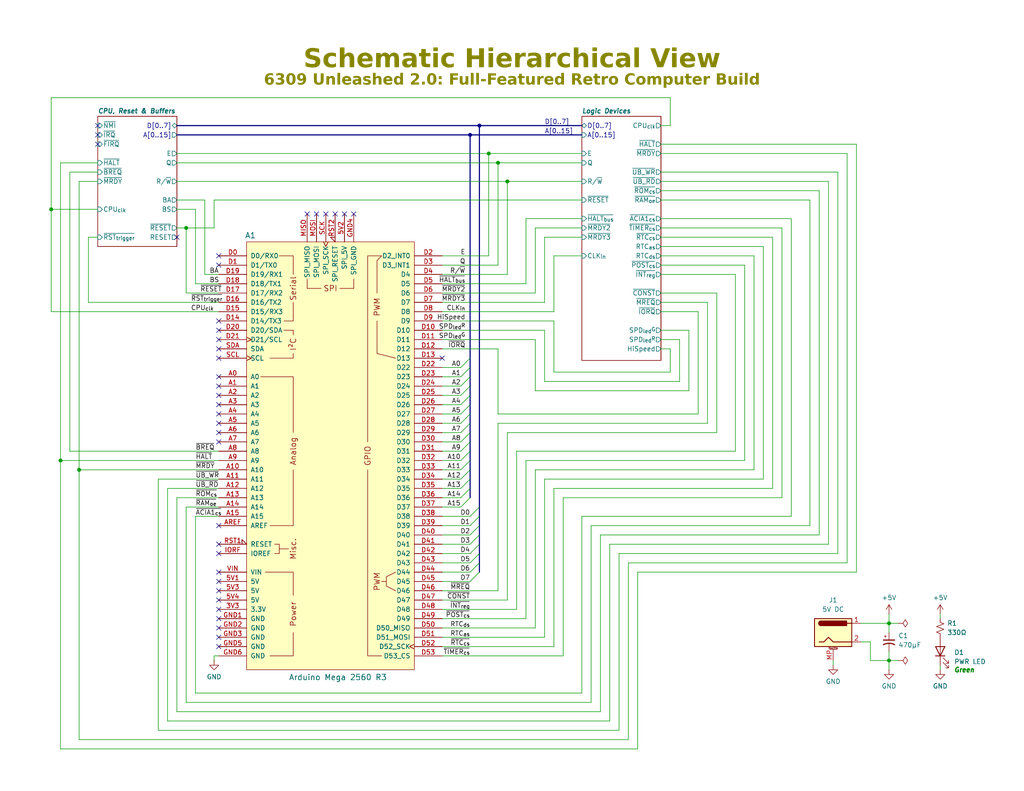
<source format=kicad_sch>
(kicad_sch (version 20250114) (generator "eeschema") (generator_version "9.0")
  (paper "USLetter")
  (title_block (title "6309 Full-Featured Computer") (date "2025-09-13") (rev "2.0") (company "MicroHobbyist") (comment 1 "Frédéric Segard"))
  (lib_symbols
    (symbol "6309 v2.0:Arduino_Mega2560_R3_Shield" (pin_names (offset 1.016))
      (property "Reference" "A" (at -24.384 60.198 0))
      (property "Value" "Arduino_Mega2560_R3_Shield" (at -0.508 -60.452 0))
      (symbol "Arduino_Mega2560_R3_Shield_0_0"
        (rectangle (start -25.4 58.42) (end 20.32 -58.42) (fill (type background)))
        (polyline (pts (xy -21.59 21.59) (xy -12.7 21.59)))
        (rectangle (start -20.32 -31.75) (end -12.7 -31.75))
        (rectangle (start -19.05 26.67) (end -12.7 26.67))
        (rectangle (start -19.05 -19.05) (end -12.7 -19.05))
        (rectangle (start -19.05 -54.61) (end -12.7 -54.61))
        (rectangle (start -17.78 -24.13) (end -16.51 -24.13))
        (rectangle (start -17.78 -26.67) (end -16.51 -26.67))
        (rectangle (start -16.51 54.61) (end -12.7 54.61))
        (rectangle (start -16.51 -24.13) (end -16.51 -26.67))
        (rectangle (start -16.51 -25.4) (end -13.97 -25.4))
        (rectangle (start -15.24 36.83) (end -12.7 36.83))
        (rectangle (start -15.24 34.29) (end -12.7 34.29))
        (rectangle (start -12.7 49.53) (end -12.7 54.61))
        (rectangle (start -12.7 41.91) (end -12.7 36.83))
        (rectangle (start -12.7 34.29) (end -12.7 33.02))
        (rectangle (start -12.7 26.67) (end -12.7 27.94))
        (polyline (pts (xy -12.7 6.35) (xy -12.7 21.59)))
        (polyline (pts (xy -12.7 -19.05) (xy -12.7 -3.81)))
        (rectangle (start -12.7 -31.75) (end -12.7 -38.1))
        (rectangle (start -12.7 -54.61) (end -12.7 -48.26))
        (rectangle (start -8.89 48.26) (end -8.89 45.72))
        (rectangle (start -5.08 45.72) (end -8.89 45.72))
        (rectangle (start 3.81 48.26) (end 3.81 45.72))
        (rectangle (start 3.81 45.72) (end 0 45.72))
        (polyline (pts (xy 7.62 54.61) (xy 11.43 54.61)))
        (polyline (pts (xy 7.62 -54.61) (xy 11.43 -54.61)))
        (polyline (pts (xy 10.16 44.45) (xy 10.16 53.34) (xy 11.43 54.61)))
        (polyline (pts (xy 10.16 36.83) (xy 10.16 27.94) (xy 15.24 26.67)))
        (polyline (pts (xy 12.7 -34.29) (xy 11.43 -34.29)))
        (polyline (pts (xy 15.24 -31.75) (xy 12.7 -33.02) (xy 12.7 -35.56) (xy 15.24 -36.83)))
        (text "Serial" (at -12.7 45.72 900) (effects (font (size 1.524 1.524))))
        (text "I²C" (at -12.7 30.48 900) (effects (font (size 1.524 1.524))))
        (text "Analog" (at -12.7 1.27 900) (effects (font (size 1.524 1.524))))
        (text "Misc." (at -12.7 -25.4 900) (effects (font (size 1.524 1.524))))
        (text "Power" (at -12.7 -43.18 900) (effects (font (size 1.524 1.524))))
        (text "SPI" (at -2.54 45.72 0) (effects (font (size 1.524 1.524))))
        (text "PWM" (at 10.16 40.64 900) (effects (font (size 1.524 1.524))))
        (text "PWM" (at 10.16 -34.29 900) (effects (font (size 1.524 1.524))))
      )
      (symbol "Arduino_Mega2560_R3_Shield_1_0"
        (rectangle (start 7.62 54.61) (end 7.62 3.81))
        (rectangle (start 7.62 -54.61) (end 7.62 -3.81))
        (text "GPIO" (at 7.62 0 900) (effects (font (size 1.524 1.524))))
      )
      (symbol "Arduino_Mega2560_R3_Shield_1_1"
        (pin bidirectional line (at -33.02 54.61 0) (length 7.62) (name "D0/RX0") (number "D0"))
        (pin bidirectional line (at -33.02 52.07 0) (length 7.62) (name "D1/TX0") (number "D1"))
        (pin bidirectional line (at -33.02 49.53 0) (length 7.62) (name "D19/RX1") (number "D19"))
        (pin bidirectional line (at -33.02 46.99 0) (length 7.62) (name "D18/TX1") (number "D18"))
        (pin bidirectional line (at -33.02 44.45 0) (length 7.62) (name "D17/RX2") (number "D17"))
        (pin bidirectional line (at -33.02 41.91 0) (length 7.62) (name "D16/TX2") (number "D16"))
        (pin bidirectional line (at -33.02 39.37 0) (length 7.62) (name "D15/RX3") (number "D15"))
        (pin bidirectional line (at -33.02 36.83 0) (length 7.62) (name "D14/TX3") (number "D14"))
        (pin bidirectional line (at -33.02 34.29 0) (length 7.62) (name "D20/SDA") (number "D20"))
        (pin bidirectional clock (at -33.02 31.75 0) (length 7.62) (name "D21/SCL") (number "D21"))
        (pin bidirectional line (at -33.02 29.21 0) (length 7.62) (name "SDA") (number "SDA"))
        (pin bidirectional clock (at -33.02 26.67 0) (length 7.62) (name "SCL") (number "SCL"))
        (pin bidirectional line (at -33.02 21.59 0) (length 7.62) (name "A0") (number "A0"))
        (pin bidirectional line (at -33.02 19.05 0) (length 7.62) (name "A1") (number "A1"))
        (pin bidirectional line (at -33.02 16.51 0) (length 7.62) (name "A2") (number "A2"))
        (pin bidirectional line (at -33.02 13.97 0) (length 7.62) (name "A3") (number "A3"))
        (pin bidirectional line (at -33.02 11.43 0) (length 7.62) (name "A4") (number "A4"))
        (pin bidirectional line (at -33.02 8.89 0) (length 7.62) (name "A5") (number "A5"))
        (pin bidirectional line (at -33.02 6.35 0) (length 7.62) (name "A6") (number "A6"))
        (pin bidirectional line (at -33.02 3.81 0) (length 7.62) (name "A7") (number "A7"))
        (pin bidirectional line (at -33.02 1.27 0) (length 7.62) (name "A8") (number "A8"))
        (pin bidirectional line (at -33.02 -1.27 0) (length 7.62) (name "A9") (number "A9"))
        (pin bidirectional line (at -33.02 -3.81 0) (length 7.62) (name "A10") (number "A10"))
        (pin bidirectional line (at -33.02 -6.35 0) (length 7.62) (name "A11") (number "A11"))
        (pin bidirectional line (at -33.02 -8.89 0) (length 7.62) (name "A12") (number "A12"))
        (pin bidirectional line (at -33.02 -11.43 0) (length 7.62) (name "A13") (number "A13"))
        (pin bidirectional line (at -33.02 -13.97 0) (length 7.62) (name "A14") (number "A14"))
        (pin bidirectional line (at -33.02 -16.51 0) (length 7.62) (name "A15") (number "A15"))
        (pin input line (at -33.02 -19.05 0) (length 7.62) (name "AREF") (number "AREF"))
        (pin open_collector input_low (at -33.02 -24.13 0) (length 7.62) (name "RESET") (number "RST1"))
        (pin output line (at -33.02 -26.67 0) (length 7.62) (name "IOREF") (number "IORF"))
        (pin power_in line (at -33.02 -31.75 0) (length 7.62) (name "VIN") (number "VIN"))
        (pin power_in line (at -33.02 -34.29 0) (length 7.62) (name "5V") (number "5V1"))
        (pin power_in line (at -33.02 -36.83 0) (length 7.62) (name "5V") (number "5V3"))
        (pin power_in line (at -33.02 -39.37 0) (length 7.62) (name "5V") (number "5V4"))
        (pin power_out line (at -33.02 -41.91 0) (length 7.62) (name "3.3V") (number "3V3"))
        (pin power_in line (at -33.02 -44.45 0) (length 7.62) (name "GND") (number "GND1"))
        (pin power_in line (at -33.02 -46.99 0) (length 7.62) (name "GND") (number "GND2"))
        (pin power_in line (at -33.02 -49.53 0) (length 7.62) (name "GND") (number "GND3"))
        (pin power_in line (at -33.02 -52.07 0) (length 7.62) (name "GND") (number "GND5"))
        (pin power_in line (at -33.02 -54.61 0) (length 7.62) (name "GND") (number "GND6"))
        (pin input line (at -8.89 66.04 270) (length 7.62) (name "SPI_MISO") (number "MISO"))
        (pin output line (at -6.35 66.04 270) (length 7.62) (name "SPI_MOSI") (number "MOSI"))
        (pin output clock (at -3.81 66.04 270) (length 7.62) (name "SPI_SCK") (number "SCK"))
        (pin open_collector input_low (at -1.27 66.04 270) (length 7.62) (name "SPI_RESET") (number "RST2"))
        (pin power_in line (at 1.27 66.04 270) (length 7.62) (name "SPI_5V") (number "5V2"))
        (pin power_in line (at 3.81 66.04 270) (length 7.62) (name "SPI_GND") (number "GND4"))
        (pin bidirectional line (at 27.94 54.61 180) (length 7.62) (name "D2_INT0") (number "D2"))
        (pin bidirectional line (at 27.94 52.07 180) (length 7.62) (name "D3_INT1") (number "D3"))
        (pin bidirectional line (at 27.94 49.53 180) (length 7.62) (name "D4") (number "D4"))
        (pin bidirectional line (at 27.94 46.99 180) (length 7.62) (name "D5") (number "D5"))
        (pin bidirectional line (at 27.94 44.45 180) (length 7.62) (name "D6") (number "D6"))
        (pin bidirectional line (at 27.94 41.91 180) (length 7.62) (name "D7") (number "D7"))
        (pin bidirectional line (at 27.94 39.37 180) (length 7.62) (name "D8") (number "D8"))
        (pin bidirectional line (at 27.94 36.83 180) (length 7.62) (name "D9") (number "D9"))
        (pin bidirectional line (at 27.94 34.29 180) (length 7.62) (name "D10") (number "D10"))
        (pin bidirectional line (at 27.94 31.75 180) (length 7.62) (name "D11") (number "D11"))
        (pin bidirectional line (at 27.94 29.21 180) (length 7.62) (name "D12") (number "D12"))
        (pin bidirectional line (at 27.94 26.67 180) (length 7.62) (name "D13") (number "D13"))
        (pin bidirectional line (at 27.94 24.13 180) (length 7.62) (name "D22") (number "D22"))
        (pin bidirectional line (at 27.94 21.59 180) (length 7.62) (name "D23") (number "D23"))
        (pin bidirectional line (at 27.94 19.05 180) (length 7.62) (name "D24") (number "D24"))
        (pin bidirectional line (at 27.94 16.51 180) (length 7.62) (name "D25") (number "D25"))
        (pin bidirectional line (at 27.94 13.97 180) (length 7.62) (name "D26") (number "D26"))
        (pin bidirectional line (at 27.94 11.43 180) (length 7.62) (name "D27") (number "D27"))
        (pin bidirectional line (at 27.94 8.89 180) (length 7.62) (name "D28") (number "D28"))
        (pin bidirectional line (at 27.94 6.35 180) (length 7.62) (name "D29") (number "D29"))
        (pin bidirectional line (at 27.94 3.81 180) (length 7.62) (name "D30") (number "D30"))
        (pin bidirectional line (at 27.94 1.27 180) (length 7.62) (name "D31") (number "D31"))
        (pin bidirectional line (at 27.94 -1.27 180) (length 7.62) (name "D32") (number "D32"))
        (pin bidirectional line (at 27.94 -3.81 180) (length 7.62) (name "D33") (number "D33"))
        (pin bidirectional line (at 27.94 -6.35 180) (length 7.62) (name "D34") (number "D34"))
        (pin bidirectional line (at 27.94 -8.89 180) (length 7.62) (name "D35") (number "D35"))
        (pin bidirectional line (at 27.94 -11.43 180) (length 7.62) (name "D36") (number "D36"))
        (pin bidirectional line (at 27.94 -13.97 180) (length 7.62) (name "D37") (number "D37"))
        (pin bidirectional line (at 27.94 -16.51 180) (length 7.62) (name "D38") (number "D38"))
        (pin bidirectional line (at 27.94 -19.05 180) (length 7.62) (name "D39") (number "D39"))
        (pin bidirectional line (at 27.94 -21.59 180) (length 7.62) (name "D40") (number "D40"))
        (pin bidirectional line (at 27.94 -24.13 180) (length 7.62) (name "D41") (number "D41"))
        (pin bidirectional line (at 27.94 -26.67 180) (length 7.62) (name "D42") (number "D42"))
        (pin bidirectional line (at 27.94 -29.21 180) (length 7.62) (name "D43") (number "D43"))
        (pin bidirectional line (at 27.94 -31.75 180) (length 7.62) (name "D44") (number "D44"))
        (pin bidirectional line (at 27.94 -34.29 180) (length 7.62) (name "D45") (number "D45"))
        (pin bidirectional line (at 27.94 -36.83 180) (length 7.62) (name "D46") (number "D46"))
        (pin bidirectional line (at 27.94 -39.37 180) (length 7.62) (name "D47") (number "D47"))
        (pin bidirectional line (at 27.94 -41.91 180) (length 7.62) (name "D48") (number "D48"))
        (pin bidirectional line (at 27.94 -44.45 180) (length 7.62) (name "D49") (number "D49"))
        (pin bidirectional line (at 27.94 -46.99 180) (length 7.62) (name "D50_MISO") (number "D50"))
        (pin bidirectional line (at 27.94 -49.53 180) (length 7.62) (name "D51_MOSI") (number "D51"))
        (pin bidirectional clock (at 27.94 -52.07 180) (length 7.62) (name "D52_SCK") (number "D52"))
        (pin bidirectional line (at 27.94 -54.61 180) (length 7.62) (name "D53_CS") (number "D53"))
      )
    )
    (symbol "Connector:Barrel_Jack_MountingPin" (pin_names (hide yes))
      (property "Reference" "J" (at 0 5.334 0))
      (property "Value" "Barrel_Jack_MountingPin" (at 1.27 -6.35 0))
      (symbol "Barrel_Jack_MountingPin_0_1"
        (rectangle (start -5.08 3.81) (end 5.08 -3.81) (stroke (width 0.254)) (fill (type background)))
        (polyline (pts (xy -3.81 -2.54) (xy -2.54 -2.54) (xy -1.27 -1.27) (xy 0 -2.54) (xy 2.54 -2.54) (xy 5.08 -2.54)) (stroke (width 0.254)))
        (arc (start -3.302 1.905) (mid -3.9343 2.54) (end -3.302 3.175) (stroke (width 0.254)))
        (arc (start -3.302 1.905) (mid -3.9343 2.54) (end -3.302 3.175) (stroke (width 0.254)) (fill (type outline)))
        (rectangle (start 3.683 3.175) (end -3.302 1.905) (stroke (width 0.254)) (fill (type outline)))
        (polyline (pts (xy 5.08 2.54) (xy 3.81 2.54)) (stroke (width 0.254)))
      )
      (symbol "Barrel_Jack_MountingPin_1_1"
        (polyline (pts (xy -1.016 -4.572) (xy 1.016 -4.572)) (stroke (width 0.1524)))
        (text "Mounting" (at 0 -4.191 0) (effects (font (size 0.381 0.381))))
        (pin passive line (at 0 -7.62 90) (length 3.048) (name "MountPin") (number "MP"))
        (pin passive line (at 7.62 2.54 180) (length 2.54) (name "~") (number "1"))
        (pin passive line (at 7.62 -2.54 180) (length 2.54) (name "~") (number "2"))
      )
    )
    (symbol "Device:C_Polarized_Small_US" (pin_numbers (hide yes)) (pin_names (offset 0.254) (hide yes))
      (property "Reference" "C" (at 0.254 1.778 0))
      (property "Value" "C_Polarized_Small_US" (at 0.254 -2.032 0))
      (symbol "C_Polarized_Small_US_0_1"
        (polyline (pts (xy -1.524 0.508) (xy 1.524 0.508)) (stroke (width 0.3048)))
        (polyline (pts (xy -1.27 1.524) (xy -0.762 1.524)))
        (polyline (pts (xy -1.016 1.27) (xy -1.016 1.778)))
        (arc (start -1.524 -0.762) (mid 0 -0.3734) (end 1.524 -0.762) (stroke (width 0.3048)))
      )
      (symbol "C_Polarized_Small_US_1_1"
        (pin passive line (at 0 2.54 270) (length 2.032) (name "~") (number "1"))
        (pin passive line (at 0 -2.54 90) (length 2.032) (name "~") (number "2"))
      )
    )
    (symbol "Device:LED" (pin_numbers (hide yes)) (pin_names (offset 1.016) (hide yes))
      (property "Reference" "D" (at 0 2.54 0))
      (property "Value" "LED" (at 0 -2.54 0))
      (symbol "LED_0_1"
        (polyline (pts (xy -3.048 -0.762) (xy -4.572 -2.286) (xy -3.81 -2.286) (xy -4.572 -2.286) (xy -4.572 -1.524)))
        (polyline (pts (xy -1.778 -0.762) (xy -3.302 -2.286) (xy -2.54 -2.286) (xy -3.302 -2.286) (xy -3.302 -1.524)))
        (polyline (pts (xy -1.27 0) (xy 1.27 0)))
        (polyline (pts (xy -1.27 -1.27) (xy -1.27 1.27)) (stroke (width 0.254)))
        (polyline (pts (xy 1.27 -1.27) (xy 1.27 1.27) (xy -1.27 0) (xy 1.27 -1.27)) (stroke (width 0.254)))
      )
      (symbol "LED_1_1"
        (pin passive line (at -3.81 0 0) (length 2.54) (name "K") (number "1"))
        (pin passive line (at 3.81 0 180) (length 2.54) (name "A") (number "2"))
      )
    )
    (symbol "Device:R_Small_US" (pin_numbers (hide yes)) (pin_names (offset 0.254) (hide yes))
      (property "Reference" "R" (at 0.762 0.508 0))
      (property "Value" "R_Small_US" (at 0.762 -1.016 0))
      (symbol "R_Small_US_1_1"
        (polyline (pts (xy 0 1.524) (xy 1.016 1.143) (xy 0 0.762) (xy -1.016 0.381) (xy 0 0)))
        (polyline (pts (xy 0 0) (xy 1.016 -0.381) (xy 0 -0.762) (xy -1.016 -1.143) (xy 0 -1.524)))
        (pin passive line (at 0 2.54 270) (length 1.016) (name "~") (number "1"))
        (pin passive line (at 0 -2.54 90) (length 1.016) (name "~") (number "2"))
      )
    )
    (symbol "power:+5V" (power) (pin_numbers (hide yes)) (pin_names (offset 0) (hide yes))
      (property "Value" "+5V" (at 0 3.556 0))
      (symbol "+5V_0_1"
        (polyline (pts (xy -0.762 1.27) (xy 0 2.54)))
        (polyline (pts (xy 0 2.54) (xy 0.762 1.27)))
        (polyline (pts (xy 0 0) (xy 0 2.54)))
      )
      (symbol "+5V_1_1"
        (pin power_in line (at 0 0 90) (length 0) (name "~") (number "1"))
      )
    )
    (symbol "power:GND" (power) (pin_numbers (hide yes)) (pin_names (offset 0) (hide yes))
      (property "Value" "GND" (at 0 -3.81 0))
      (symbol "GND_0_1"
        (polyline (pts (xy 0 0) (xy 0 -1.27) (xy 1.27 -1.27) (xy 0 -2.54) (xy -1.27 -1.27) (xy 0 -1.27)))
      )
      (symbol "GND_1_1"
        (pin power_in line (at 0 0 270) (length 0) (name "~") (number "1"))
      )
    )
    (symbol "power:PWR_FLAG" (power) (pin_numbers (hide yes)) (pin_names (offset 0) (hide yes))
      (property "Value" "PWR_FLAG" (at 0 3.81 0))
      (symbol "PWR_FLAG_0_0"
        (pin power_out line (at 0 0 90) (length 0) (name "~") (number "1"))
      )
      (symbol "PWR_FLAG_0_1"
        (polyline (pts (xy 0 0) (xy 0 1.27) (xy -1.016 1.905) (xy 0 2.54) (xy 1.016 1.905) (xy 0 1.27)))
      )
    )
  )
  (text "6309 Unleashed 2.0: Full-Featured Retro Computer Build" (at 139.7 22.86 0) (effects (font (size 3.0226 3.0226) (bold yes) (italic yes))))
  (text "Schematic Hierarchical View" (at 139.7 17.78 0) (effects (font (size 5.08 5.08))))
  (junction (at 135.89 44.45))
  (junction (at 16.51 125.73))
  (junction (at 128.27 36.83))
  (junction (at 138.43 49.53))
  (junction (at 133.35 41.91))
  (junction (at 50.8 62.23))
  (junction (at 13.97 57.15))
  (junction (at 242.57 170.18))
  (junction (at 21.59 128.27))
  (junction (at 242.57 180.34))
  (junction (at 130.81 34.29))
  (no_connect (at 59.69 163.83))
  (no_connect (at 59.69 115.57))
  (no_connect (at 59.69 92.71))
  (no_connect (at 59.69 161.29))
  (no_connect (at 59.69 102.87))
  (no_connect (at 48.26 64.77))
  (no_connect (at 59.69 158.75))
  (no_connect (at 59.69 120.65))
  (no_connect (at 120.65 97.79))
  (no_connect (at 59.69 110.49))
  (no_connect (at 59.69 168.91))
  (no_connect (at 59.69 97.79))
  (no_connect (at 59.69 90.17))
  (no_connect (at 59.69 176.53))
  (no_connect (at 59.69 95.25))
  (no_connect (at 59.69 87.63))
  (no_connect (at 96.52 58.42))
  (no_connect (at 86.36 58.42))
  (no_connect (at 93.98 58.42))
  (no_connect (at 59.69 173.99))
  (no_connect (at 59.69 69.85))
  (no_connect (at 59.69 156.21))
  (no_connect (at 26.67 39.37))
  (no_connect (at 59.69 143.51))
  (no_connect (at 91.44 58.42))
  (no_connect (at 59.69 171.45))
  (no_connect (at 59.69 148.59))
  (no_connect (at 83.82 58.42))
  (no_connect (at 59.69 72.39))
  (no_connect (at 59.69 166.37))
  (no_connect (at 26.67 34.29))
  (no_connect (at 59.69 118.11))
  (no_connect (at 59.69 113.03))
  (no_connect (at 59.69 107.95))
  (no_connect (at 26.67 36.83))
  (no_connect (at 59.69 151.13))
  (no_connect (at 59.69 105.41))
  (no_connect (at 88.9 58.42))
  (bus_entry (at 125.73 135.89) (size 2.54 -2.54))
  (bus_entry (at 125.73 113.03) (size 2.54 -2.54))
  (bus_entry (at 128.27 146.05) (size 2.54 -2.54))
  (bus_entry (at 128.27 143.51) (size 2.54 -2.54))
  (bus_entry (at 125.73 120.65) (size 2.54 -2.54))
  (bus_entry (at 128.27 151.13) (size 2.54 -2.54))
  (bus_entry (at 128.27 156.21) (size 2.54 -2.54))
  (bus_entry (at 125.73 138.43) (size 2.54 -2.54))
  (bus_entry (at 128.27 140.97) (size 2.54 -2.54))
  (bus_entry (at 125.73 118.11) (size 2.54 -2.54))
  (bus_entry (at 128.27 158.75) (size 2.54 -2.54))
  (bus_entry (at 125.73 123.19) (size 2.54 -2.54))
  (bus_entry (at 128.27 153.67) (size 2.54 -2.54))
  (bus_entry (at 125.73 105.41) (size 2.54 -2.54))
  (bus_entry (at 125.73 107.95) (size 2.54 -2.54))
  (bus_entry (at 128.27 148.59) (size 2.54 -2.54))
  (bus_entry (at 125.73 110.49) (size 2.54 -2.54))
  (bus_entry (at 125.73 130.81) (size 2.54 -2.54))
  (bus_entry (at 125.73 128.27) (size 2.54 -2.54))
  (bus_entry (at 125.73 102.87) (size 2.54 -2.54))
  (bus_entry (at 125.73 100.33) (size 2.54 -2.54))
  (bus_entry (at 125.73 115.57) (size 2.54 -2.54))
  (bus_entry (at 125.73 125.73) (size 2.54 -2.54))
  (bus_entry (at 125.73 133.35) (size 2.54 -2.54))
  (bus (pts (xy 130.81 138.43) (xy 130.81 140.97)))
  (wire (pts (xy 53.34 140.97) (xy 59.69 140.97)))
  (wire (pts (xy 120.65 110.49) (xy 125.73 110.49)))
  (wire (pts (xy 173.99 156.21) (xy 233.68 156.21)))
  (wire (pts (xy 148.59 64.77) (xy 158.75 64.77)))
  (bus (pts (xy 128.27 115.57) (xy 128.27 113.03)))
  (wire (pts (xy 143.51 59.69) (xy 158.75 59.69)))
  (wire (pts (xy 58.42 179.07) (xy 59.69 179.07)))
  (wire (pts (xy 45.72 133.35) (xy 59.69 133.35)))
  (wire (pts (xy 19.05 46.99) (xy 19.05 123.19)))
  (wire (pts (xy 48.26 135.89) (xy 59.69 135.89)))
  (wire (pts (xy 58.42 54.61) (xy 158.75 54.61)))
  (bus (pts (xy 128.27 118.11) (xy 128.27 115.57)))
  (wire (pts (xy 55.88 54.61) (xy 55.88 74.93)))
  (wire (pts (xy 120.65 128.27) (xy 125.73 128.27)))
  (wire (pts (xy 135.89 44.45) (xy 158.75 44.45)))
  (wire (pts (xy 133.35 41.91) (xy 133.35 69.85)))
  (wire (pts (xy 120.65 92.71) (xy 146.05 92.71)))
  (wire (pts (xy 138.43 118.11) (xy 195.58 118.11)))
  (wire (pts (xy 223.52 52.07) (xy 223.52 146.05)))
  (wire (pts (xy 50.8 138.43) (xy 50.8 191.77)))
  (wire (pts (xy 120.65 120.65) (xy 125.73 120.65)))
  (wire (pts (xy 43.18 199.39) (xy 168.91 199.39)))
  (wire (pts (xy 138.43 49.53) (xy 138.43 74.93)))
  (bus (pts (xy 130.81 143.51) (xy 130.81 146.05)))
  (wire (pts (xy 151.13 69.85) (xy 158.75 69.85)))
  (wire (pts (xy 133.35 41.91) (xy 158.75 41.91)))
  (wire (pts (xy 120.65 158.75) (xy 128.27 158.75)))
  (wire (pts (xy 158.75 140.97) (xy 215.9 140.97)))
  (wire (pts (xy 161.29 143.51) (xy 161.29 191.77)))
  (wire (pts (xy 146.05 106.68) (xy 187.96 106.68)))
  (wire (pts (xy 173.99 156.21) (xy 173.99 204.47)))
  (wire (pts (xy 21.59 49.53) (xy 21.59 128.27)))
  (wire (pts (xy 140.97 123.19) (xy 200.66 123.19)))
  (wire (pts (xy 151.13 69.85) (xy 151.13 85.09)))
  (wire (pts (xy 58.42 54.61) (xy 58.42 62.23)))
  (bus (pts (xy 128.27 102.87) (xy 128.27 100.33)))
  (wire (pts (xy 185.42 92.71) (xy 185.42 104.14)))
  (wire (pts (xy 182.88 26.67) (xy 182.88 34.29)))
  (wire (pts (xy 45.72 196.85) (xy 166.37 196.85)))
  (wire (pts (xy 120.65 146.05) (xy 128.27 146.05)))
  (wire (pts (xy 180.34 41.91) (xy 231.14 41.91)))
  (wire (pts (xy 19.05 46.99) (xy 26.67 46.99)))
  (wire (pts (xy 120.65 82.55) (xy 148.59 82.55)))
  (wire (pts (xy 256.54 167.64) (xy 256.54 168.91)))
  (wire (pts (xy 166.37 148.59) (xy 226.06 148.59)))
  (bus (pts (xy 128.27 135.89) (xy 128.27 133.35)))
  (wire (pts (xy 143.51 125.73) (xy 143.51 168.91)))
  (wire (pts (xy 180.34 64.77) (xy 210.82 64.77)))
  (wire (pts (xy 120.65 163.83) (xy 138.43 163.83)))
  (wire (pts (xy 200.66 74.93) (xy 200.66 123.19)))
  (wire (pts (xy 242.57 170.18) (xy 242.57 172.72)))
  (bus (pts (xy 48.26 36.83) (xy 128.27 36.83)))
  (wire (pts (xy 48.26 62.23) (xy 50.8 62.23)))
  (wire (pts (xy 48.26 41.91) (xy 133.35 41.91)))
  (wire (pts (xy 50.8 138.43) (xy 59.69 138.43)))
  (wire (pts (xy 48.26 49.53) (xy 138.43 49.53)))
  (wire (pts (xy 180.34 52.07) (xy 223.52 52.07)))
  (wire (pts (xy 180.34 67.31) (xy 208.28 67.31)))
  (bus (pts (xy 48.26 34.29) (xy 130.81 34.29)))
  (wire (pts (xy 53.34 140.97) (xy 53.34 189.23)))
  (wire (pts (xy 140.97 123.19) (xy 140.97 166.37)))
  (wire (pts (xy 237.49 175.26) (xy 237.49 180.34)))
  (wire (pts (xy 226.06 49.53) (xy 226.06 148.59)))
  (wire (pts (xy 21.59 49.53) (xy 26.67 49.53)))
  (wire (pts (xy 138.43 49.53) (xy 158.75 49.53)))
  (bus (pts (xy 128.27 133.35) (xy 128.27 130.81)))
  (wire (pts (xy 180.34 49.53) (xy 226.06 49.53)))
  (wire (pts (xy 120.65 74.93) (xy 138.43 74.93)))
  (wire (pts (xy 233.68 39.37) (xy 233.68 156.21)))
  (bus (pts (xy 128.27 100.33) (xy 128.27 97.79)))
  (wire (pts (xy 16.51 125.73) (xy 16.51 204.47)))
  (bus (pts (xy 128.27 113.03) (xy 128.27 110.49)))
  (wire (pts (xy 231.14 41.91) (xy 231.14 153.67)))
  (wire (pts (xy 151.13 133.35) (xy 151.13 176.53)))
  (bus (pts (xy 128.27 128.27) (xy 128.27 125.73)))
  (wire (pts (xy 21.59 128.27) (xy 59.69 128.27)))
  (wire (pts (xy 234.95 170.18) (xy 242.57 170.18)))
  (wire (pts (xy 180.34 39.37) (xy 233.68 39.37)))
  (wire (pts (xy 242.57 177.8) (xy 242.57 180.34)))
  (bus (pts (xy 128.27 120.65) (xy 128.27 118.11)))
  (wire (pts (xy 148.59 130.81) (xy 208.28 130.81)))
  (wire (pts (xy 120.65 143.51) (xy 128.27 143.51)))
  (wire (pts (xy 153.67 135.89) (xy 213.36 135.89)))
  (wire (pts (xy 53.34 189.23) (xy 158.75 189.23)))
  (wire (pts (xy 208.28 67.31) (xy 208.28 130.81)))
  (wire (pts (xy 50.8 191.77) (xy 161.29 191.77)))
  (wire (pts (xy 242.57 167.64) (xy 242.57 170.18)))
  (wire (pts (xy 24.13 82.55) (xy 59.69 82.55)))
  (wire (pts (xy 180.34 72.39) (xy 203.2 72.39)))
  (wire (pts (xy 50.8 80.01) (xy 59.69 80.01)))
  (wire (pts (xy 19.05 123.19) (xy 59.69 123.19)))
  (wire (pts (xy 148.59 104.14) (xy 185.42 104.14)))
  (bus (pts (xy 128.27 125.73) (xy 128.27 123.19)))
  (wire (pts (xy 151.13 133.35) (xy 210.82 133.35)))
  (wire (pts (xy 180.34 54.61) (xy 220.98 54.61)))
  (wire (pts (xy 151.13 87.63) (xy 151.13 101.6)))
  (wire (pts (xy 24.13 64.77) (xy 24.13 82.55)))
  (wire (pts (xy 16.51 125.73) (xy 59.69 125.73)))
  (wire (pts (xy 135.89 115.57) (xy 135.89 161.29)))
  (wire (pts (xy 237.49 180.34) (xy 242.57 180.34)))
  (bus (pts (xy 128.27 107.95) (xy 128.27 105.41)))
  (wire (pts (xy 168.91 151.13) (xy 168.91 199.39)))
  (wire (pts (xy 120.65 102.87) (xy 125.73 102.87)))
  (wire (pts (xy 135.89 44.45) (xy 135.89 72.39)))
  (wire (pts (xy 120.65 151.13) (xy 128.27 151.13)))
  (wire (pts (xy 151.13 101.6) (xy 182.88 101.6)))
  (bus (pts (xy 130.81 151.13) (xy 130.81 153.67)))
  (wire (pts (xy 53.34 77.47) (xy 59.69 77.47)))
  (wire (pts (xy 148.59 64.77) (xy 148.59 82.55)))
  (wire (pts (xy 213.36 62.23) (xy 213.36 135.89)))
  (wire (pts (xy 138.43 118.11) (xy 138.43 163.83)))
  (bus (pts (xy 128.27 123.19) (xy 128.27 120.65)))
  (wire (pts (xy 245.11 180.34) (xy 242.57 180.34)))
  (wire (pts (xy 55.88 74.93) (xy 59.69 74.93)))
  (wire (pts (xy 13.97 57.15) (xy 26.67 57.15)))
  (wire (pts (xy 48.26 57.15) (xy 53.34 57.15)))
  (wire (pts (xy 120.65 100.33) (xy 125.73 100.33)))
  (wire (pts (xy 180.34 62.23) (xy 213.36 62.23)))
  (wire (pts (xy 50.8 62.23) (xy 50.8 80.01)))
  (wire (pts (xy 16.51 44.45) (xy 16.51 125.73)))
  (wire (pts (xy 120.65 161.29) (xy 135.89 161.29)))
  (wire (pts (xy 120.65 171.45) (xy 146.05 171.45)))
  (wire (pts (xy 180.34 85.09) (xy 190.5 85.09)))
  (wire (pts (xy 58.42 179.07) (xy 58.42 180.34)))
  (wire (pts (xy 146.05 128.27) (xy 146.05 171.45)))
  (wire (pts (xy 120.65 125.73) (xy 125.73 125.73)))
  (wire (pts (xy 53.34 57.15) (xy 53.34 77.47)))
  (wire (pts (xy 180.34 80.01) (xy 195.58 80.01)))
  (wire (pts (xy 203.2 72.39) (xy 203.2 125.73)))
  (wire (pts (xy 16.51 204.47) (xy 173.99 204.47)))
  (wire (pts (xy 13.97 26.67) (xy 13.97 57.15)))
  (wire (pts (xy 120.65 85.09) (xy 151.13 85.09)))
  (wire (pts (xy 245.11 170.18) (xy 242.57 170.18)))
  (wire (pts (xy 135.89 95.25) (xy 135.89 113.03)))
  (wire (pts (xy 135.89 115.57) (xy 193.04 115.57)))
  (wire (pts (xy 234.95 175.26) (xy 237.49 175.26)))
  (bus (pts (xy 130.81 34.29) (xy 158.75 34.29)))
  (wire (pts (xy 120.65 176.53) (xy 151.13 176.53)))
  (wire (pts (xy 210.82 64.77) (xy 210.82 133.35)))
  (wire (pts (xy 193.04 82.55) (xy 193.04 115.57)))
  (wire (pts (xy 163.83 146.05) (xy 223.52 146.05)))
  (wire (pts (xy 180.34 59.69) (xy 215.9 59.69)))
  (wire (pts (xy 43.18 130.81) (xy 59.69 130.81)))
  (wire (pts (xy 143.51 125.73) (xy 203.2 125.73)))
  (wire (pts (xy 227.33 181.61) (xy 227.33 180.34)))
  (wire (pts (xy 120.65 72.39) (xy 135.89 72.39)))
  (wire (pts (xy 180.34 82.55) (xy 193.04 82.55)))
  (wire (pts (xy 148.59 90.17) (xy 148.59 104.14)))
  (wire (pts (xy 120.65 90.17) (xy 148.59 90.17)))
  (bus (pts (xy 130.81 153.67) (xy 130.81 156.21)))
  (wire (pts (xy 48.26 44.45) (xy 135.89 44.45)))
  (wire (pts (xy 48.26 194.31) (xy 163.83 194.31)))
  (wire (pts (xy 153.67 135.89) (xy 153.67 179.07)))
  (bus (pts (xy 130.81 148.59) (xy 130.81 151.13)))
  (wire (pts (xy 168.91 151.13) (xy 228.6 151.13)))
  (bus (pts (xy 128.27 105.41) (xy 128.27 102.87)))
  (wire (pts (xy 120.65 135.89) (xy 125.73 135.89)))
  (wire (pts (xy 195.58 80.01) (xy 195.58 118.11)))
  (wire (pts (xy 120.65 87.63) (xy 151.13 87.63)))
  (wire (pts (xy 146.05 62.23) (xy 158.75 62.23)))
  (wire (pts (xy 187.96 90.17) (xy 187.96 106.68)))
  (wire (pts (xy 146.05 62.23) (xy 146.05 80.01)))
  (wire (pts (xy 158.75 140.97) (xy 158.75 189.23)))
  (wire (pts (xy 146.05 92.71) (xy 146.05 106.68)))
  (wire (pts (xy 16.51 44.45) (xy 26.67 44.45)))
  (wire (pts (xy 43.18 130.81) (xy 43.18 199.39)))
  (wire (pts (xy 120.65 153.67) (xy 128.27 153.67)))
  (wire (pts (xy 120.65 168.91) (xy 143.51 168.91)))
  (wire (pts (xy 13.97 26.67) (xy 182.88 26.67)))
  (wire (pts (xy 180.34 74.93) (xy 200.66 74.93)))
  (bus (pts (xy 130.81 140.97) (xy 130.81 143.51)))
  (wire (pts (xy 146.05 128.27) (xy 205.74 128.27)))
  (wire (pts (xy 171.45 153.67) (xy 231.14 153.67)))
  (wire (pts (xy 120.65 173.99) (xy 148.59 173.99)))
  (wire (pts (xy 120.65 69.85) (xy 133.35 69.85)))
  (wire (pts (xy 24.13 64.77) (xy 26.67 64.77)))
  (wire (pts (xy 242.57 180.34) (xy 242.57 182.88)))
  (wire (pts (xy 120.65 115.57) (xy 125.73 115.57)))
  (wire (pts (xy 120.65 148.59) (xy 128.27 148.59)))
  (bus (pts (xy 130.81 146.05) (xy 130.81 148.59)))
  (wire (pts (xy 163.83 146.05) (xy 163.83 194.31)))
  (wire (pts (xy 220.98 54.61) (xy 220.98 143.51)))
  (wire (pts (xy 166.37 148.59) (xy 166.37 196.85)))
  (wire (pts (xy 21.59 201.93) (xy 171.45 201.93)))
  (wire (pts (xy 148.59 130.81) (xy 148.59 173.99)))
  (wire (pts (xy 190.5 85.09) (xy 190.5 113.03)))
  (wire (pts (xy 48.26 54.61) (xy 55.88 54.61)))
  (wire (pts (xy 180.34 46.99) (xy 228.6 46.99)))
  (bus (pts (xy 128.27 130.81) (xy 128.27 128.27)))
  (wire (pts (xy 120.65 123.19) (xy 125.73 123.19)))
  (wire (pts (xy 182.88 95.25) (xy 182.88 101.6)))
  (wire (pts (xy 120.65 80.01) (xy 146.05 80.01)))
  (wire (pts (xy 120.65 166.37) (xy 140.97 166.37)))
  (wire (pts (xy 161.29 143.51) (xy 220.98 143.51)))
  (bus (pts (xy 128.27 36.83) (xy 128.27 97.79)))
  (bus (pts (xy 130.81 34.29) (xy 130.81 138.43)))
  (wire (pts (xy 120.65 105.41) (xy 125.73 105.41)))
  (bus (pts (xy 128.27 36.83) (xy 158.75 36.83)))
  (wire (pts (xy 48.26 135.89) (xy 48.26 194.31)))
  (wire (pts (xy 120.65 107.95) (xy 125.73 107.95)))
  (wire (pts (xy 120.65 133.35) (xy 125.73 133.35)))
  (wire (pts (xy 171.45 153.67) (xy 171.45 201.93)))
  (wire (pts (xy 120.65 156.21) (xy 128.27 156.21)))
  (bus (pts (xy 128.27 110.49) (xy 128.27 107.95)))
  (wire (pts (xy 256.54 181.61) (xy 256.54 182.88)))
  (wire (pts (xy 120.65 130.81) (xy 125.73 130.81)))
  (wire (pts (xy 120.65 138.43) (xy 125.73 138.43)))
  (wire (pts (xy 21.59 128.27) (xy 21.59 201.93)))
  (wire (pts (xy 228.6 46.99) (xy 228.6 151.13)))
  (wire (pts (xy 50.8 62.23) (xy 58.42 62.23)))
  (wire (pts (xy 120.65 113.03) (xy 125.73 113.03)))
  (wire (pts (xy 120.65 77.47) (xy 143.51 77.47)))
  (wire (pts (xy 120.65 95.25) (xy 135.89 95.25)))
  (wire (pts (xy 180.34 69.85) (xy 205.74 69.85)))
  (wire (pts (xy 120.65 140.97) (xy 128.27 140.97)))
  (wire (pts (xy 180.34 95.25) (xy 182.88 95.25)))
  (wire (pts (xy 205.74 69.85) (xy 205.74 128.27)))
  (wire (pts (xy 13.97 57.15) (xy 13.97 85.09)))
  (wire (pts (xy 135.89 113.03) (xy 190.5 113.03)))
  (wire (pts (xy 13.97 85.09) (xy 59.69 85.09)))
  (wire (pts (xy 180.34 34.29) (xy 182.88 34.29)))
  (wire (pts (xy 120.65 179.07) (xy 153.67 179.07)))
  (wire (pts (xy 215.9 59.69) (xy 215.9 140.97)))
  (wire (pts (xy 180.34 92.71) (xy 185.42 92.71)))
  (wire (pts (xy 45.72 133.35) (xy 45.72 196.85)))
  (wire (pts (xy 180.34 90.17) (xy 187.96 90.17)))
  (wire (pts (xy 143.51 59.69) (xy 143.51 77.47)))
  (wire (pts (xy 120.65 118.11) (xy 125.73 118.11)))
  (label "D4" (at 128.27 151.13 180))
  (label "~{INT_{reg}}" (at 128.27 166.37 180))
  (label "~{CONST}" (at 128.27 163.83 180))
  (label "Q" (at 127 72.39 180))
  (label "~{MRDY}" (at 53.34 128.27 0))
  (label "~{RAM_{oe}}" (at 53.34 138.43 0))
  (label "A3" (at 125.73 107.95 180))
  (label "A14" (at 125.73 135.89 180))
  (label "~{MRDY3}" (at 127 82.55 180))
  (label "CLK_{in}" (at 127 85.09 180))
  (label "D6" (at 128.27 156.21 180))
  (label "A9" (at 125.73 123.19 180))
  (label "~{ROM_{cs}}" (at 53.34 135.89 0))
  (label "R{slash}~{W}" (at 127 74.93 180))
  (label "~{ACIA1_{cs}}" (at 53.34 140.97 0))
  (label "A8" (at 125.73 120.65 180))
  (label "D7" (at 128.27 158.75 180))
  (label "A4" (at 125.73 110.49 180))
  (label "~{MRDY2}" (at 127 80.01 180))
  (label "E" (at 127 69.85 180))
  (label "BA" (at 57.15 74.93 0))
  (label "D2" (at 128.27 146.05 180))
  (label "A0" (at 125.73 100.33 180))
  (label "HiSpeed" (at 127 87.63 180))
  (label "~{MREQ}" (at 128.27 161.29 180))
  (label "CPU_{clk}" (at 52.07 85.09 0))
  (label "D1" (at 128.27 143.51 180))
  (label "A6" (at 125.73 115.57 180))
  (label "~{HALT}" (at 53.34 125.73 0))
  (label "A1" (at 125.73 102.87 180))
  (label "~{POST_{cs}}" (at 128.27 168.91 180))
  (label "~{BREQ}" (at 53.34 123.19 0))
  (label "~{UB_WR}" (at 53.34 130.81 0))
  (label "~{IORQ}" (at 127 95.25 180))
  (label "D[0..7]" (at 148.59 34.29 0))
  (label "~{RESET}" (at 54.61 80.01 0))
  (label "A11" (at 125.73 128.27 180))
  (label "A2" (at 125.73 105.41 180))
  (label "~{HALT_{bus}}" (at 127 77.47 180))
  (label "A5" (at 125.73 113.03 180))
  (label "~{TIMER_{cs}}" (at 128.27 179.07 180))
  (label "~{RST_{trigger}}" (at 52.07 82.55 0))
  (label "SPD_{led}^{G}" (at 127 92.71 180))
  (label "A13" (at 125.73 133.35 180))
  (label "A15" (at 125.73 138.43 180))
  (label "D0" (at 128.27 140.97 180))
  (label "~{UB_RD}" (at 53.34 133.35 0))
  (label "RTC_{ds}" (at 128.27 171.45 180))
  (label "A7" (at 125.73 118.11 180))
  (label "BS" (at 57.15 77.47 0))
  (label "D3" (at 128.27 148.59 180))
  (label "RTC_{as}" (at 128.27 173.99 180))
  (label "A12" (at 125.73 130.81 180))
  (label "SPD_{led}^{R}" (at 127 90.17 180))
  (label "~{RTC_{cs}}" (at 128.27 176.53 180))
  (label "A10" (at 125.73 125.73 180))
  (label "D5" (at 128.27 153.67 180))
  (label "A[0..15]" (at 148.59 36.83 0))
  (symbol (lib_id "power:GND") (at 242.57 182.88 0) (unit 1)
    (property "Reference" "#PWR04" (effects (hide yes)))
    (property "Value" "GND" (at 242.57 187.325 0))
    (property "Description" "Power symbol creates a global label with name \"GND\" , ground" (effects (hide yes)))
  )
  (symbol (lib_id "Device:LED") (at 256.54 177.8 90) (unit 1)
    (property "Reference" "D1" (at 260.35 178.1174 90) (effects (justify right)))
    (property "Value" "PWR LED" (at 260.35 180.6574 90) (effects (justify right)))
    (property "Description" "Light emitting diode" (effects (hide yes)))
    (property "Color" "Green" (at 260.35 182.88 90) (effects (font (thickness 0.254) (bold yes) (italic yes)) (justify right)))
  )
  (symbol (lib_id "power:+5V") (at 242.57 167.64 0) (unit 1)
    (property "Reference" "#PWR01" (effects (hide yes)))
    (property "Value" "+5V" (at 242.57 163.195 0))
    (property "Description" "Power symbol creates a global label with name \"+5V\"" (effects (hide yes)))
  )
  (symbol (lib_id "6309 v2.0:Arduino_Mega2560_R3_Shield") (at 92.71 124.46 0) (unit 1)
    (property "Reference" "A1" (at 68.326 64.262 0) (effects (font (size 1.524 1.524))))
    (property "Value" "Arduino Mega 2560 R3" (at 92.202 184.912 0) (effects (font (size 1.524 1.524))))
    (property "Datasheet" "https://docs.arduino.cc/hardware/mega-2560" (effects (hide yes)))
    (property "Description" "Shield for Arduino Mega 2560 R3" (effects (hide yes)))
  )
  (symbol (lib_id "Device:R_Small_US") (at 256.54 171.45 0) (unit 1)
    (property "Reference" "R1" (at 258.445 170.18 0) (effects (justify left)))
    (property "Value" "330Ω" (at 258.445 172.72 0) (effects (justify left)))
    (property "Description" "Resistor, small US symbol" (effects (hide yes)))
  )
  (symbol (lib_id "power:GND") (at 227.33 181.61 0) (unit 1)
    (property "Reference" "#PWR03" (effects (hide yes)))
    (property "Value" "GND" (at 227.33 186.055 0))
    (property "Description" "Power symbol creates a global label with name \"GND\" , ground" (effects (hide yes)))
  )
  (symbol (lib_id "power:PWR_FLAG") (at 245.11 170.18 270) (unit 1)
    (property "Reference" "#FLG01" (effects (hide yes)))
    (property "Value" "PWR_FLAG" (effects (hide yes)))
    (property "Description" "Special symbol for telling ERC where power comes from" (effects (hide yes)))
  )
  (symbol (lib_id "power:GND") (at 256.54 182.88 0) (unit 1)
    (property "Reference" "#PWR05" (effects (hide yes)))
    (property "Value" "GND" (at 256.54 187.325 0))
    (property "Description" "Power symbol creates a global label with name \"GND\" , ground" (effects (hide yes)))
  )
  (symbol (lib_id "power:PWR_FLAG") (at 245.11 180.34 270) (unit 1)
    (property "Reference" "#FLG02" (effects (hide yes)))
    (property "Value" "PWR_FLAG" (effects (hide yes)))
    (property "Description" "Special symbol for telling ERC where power comes from" (effects (hide yes)))
  )
  (symbol (lib_id "power:GND") (at 58.42 180.34 0) (unit 1)
    (property "Reference" "#PWR06" (effects (hide yes)))
    (property "Value" "GND" (at 58.42 184.785 0))
    (property "Description" "Power symbol creates a global label with name \"GND\" , ground" (effects (hide yes)))
  )
  (symbol (lib_id "Connector:Barrel_Jack_MountingPin") (at 227.33 172.72 0) (unit 1)
    (property "Reference" "J1" (at 227.33 163.83 0))
    (property "Value" "5V DC" (at 227.33 166.37 0))
    (property "Description" "DC Barrel Jack with a mounting pin" (effects (hide yes)))
  )
  (symbol (lib_id "power:+5V") (at 256.54 167.64 0) (unit 1)
    (property "Reference" "#PWR02" (effects (hide yes)))
    (property "Value" "+5V" (at 256.54 163.195 0))
    (property "Description" "Power symbol creates a global label with name \"+5V\"" (effects (hide yes)))
  )
  (symbol (lib_id "Device:C_Polarized_Small_US") (at 242.57 175.26 0) (unit 1)
    (property "Reference" "C1" (at 245.11 173.5581 0) (effects (justify left)))
    (property "Value" "470µF" (at 245.11 176.0981 0) (effects (justify left)))
    (property "Description" "Polarized capacitor, small US symbol" (effects (hide yes)))
  )
  (sheet (at 26.67 31.75) (size 21.59 35.56) (stroke (width 0.1524))
    (property "Sheetname" "CPU, Reset & Buffers" (at 26.67 31.0384 0) (effects (font (thickness 0.254) (bold yes) (italic yes)) (justify left bottom)))
    (property "Sheetfile" "CPU_RESET_BUFFERS.kicad_sch" (effects (hide yes)))
    (pin "CPU_{clk}" input (at 26.67 57.15 180))
    (pin "RESET" output (at 48.26 64.77 0))
    (pin "~{RESET}" output (at 48.26 62.23 0))
    (pin "~{IRQ}" input (at 26.67 36.83 180))
    (pin "A[0..15]" output (at 48.26 36.83 0))
    (pin "~{HALT}" input (at 26.67 44.45 180))
    (pin "BS" output (at 48.26 57.15 0))
    (pin "R{slash}~{W}" output (at 48.26 49.53 0))
    (pin "~{BREQ}" input (at 26.67 46.99 180))
    (pin "E" output (at 48.26 41.91 0))
    (pin "~{MRDY}" input (at 26.67 49.53 180))
    (pin "Q" output (at 48.26 44.45 0))
    (pin "~{FIRQ}" input (at 26.67 39.37 180))
    (pin "BA" output (at 48.26 54.61 0))
    (pin "~{NMI}" input (at 26.67 34.29 180))
    (pin "D[0..7]" bidirectional (at 48.26 34.29 0))
    (pin "~{RST_{trigger}}" input (at 26.67 64.77 180))
  )
  (sheet (at 158.75 31.75) (size 21.59 66.675) (stroke (width 0.1524))
    (property "Sheetname" "Logic Devices" (at 158.75 31.0384 0) (effects (font (thickness 0.254) (bold yes) (italic yes)) (justify left bottom)))
    (property "Sheetfile" "PLD.kicad_sch" (effects (hide yes)))
    (pin "~{MRDY}" output (at 180.34 41.91 0))
    (pin "RTC_{as}" output (at 180.34 67.31 0))
    (pin "RTC_{ds}" output (at 180.34 69.85 0))
    (pin "~{RTC_{cs}}" output (at 180.34 64.77 0))
    (pin "~{TIMER_{cs}}" output (at 180.34 62.23 0))
    (pin "~{ACIA1_{cs}}" output (at 180.34 59.69 0))
    (pin "~{INT_{reg}}" output (at 180.34 74.93 0))
    (pin "~{POST_{cs}}" output (at 180.34 72.39 0))
    (pin "~{RESET}" input (at 158.75 54.61 180))
    (pin "~{UB_WR}" output (at 180.34 46.99 0))
    (pin "~{UB_RD}" output (at 180.34 49.53 0))
    (pin "~{MRDY3}" input (at 158.75 64.77 180))
    (pin "~{MRDY2}" input (at 158.75 62.23 180))
    (pin "CLK_{in}" input (at 158.75 69.85 180))
    (pin "CPU_{clk}" output (at 180.34 34.29 0))
    (pin "R{slash}~{W}" input (at 158.75 49.53 180))
    (pin "~{RAM_{oe}}" output (at 180.34 54.61 0))
    (pin "~{CONST}" output (at 180.34 80.01 0))
    (pin "~{ROM_{cs}}" output (at 180.34 52.07 0))
    (pin "A[0..15]" input (at 158.75 36.83 180))
    (pin "~{HALT}" output (at 180.34 39.37 0))
    (pin "~{MREQ}" output (at 180.34 82.55 0))
    (pin "E" input (at 158.75 41.91 180))
    (pin "SPD_{led}^{G}" output (at 180.34 90.17 0))
    (pin "~{HALT_{bus}}" input (at 158.75 59.69 180))
    (pin "SPD_{led}^{R}" output (at 180.34 92.71 0))
    (pin "Q" input (at 158.75 44.45 180))
    (pin "~{IORQ}" output (at 180.34 85.09 0))
    (pin "D[0..7]" bidirectional (at 158.75 34.29 180))
    (pin "HiSpeed" output (at 180.34 95.25 0))
  )
)
</source>
